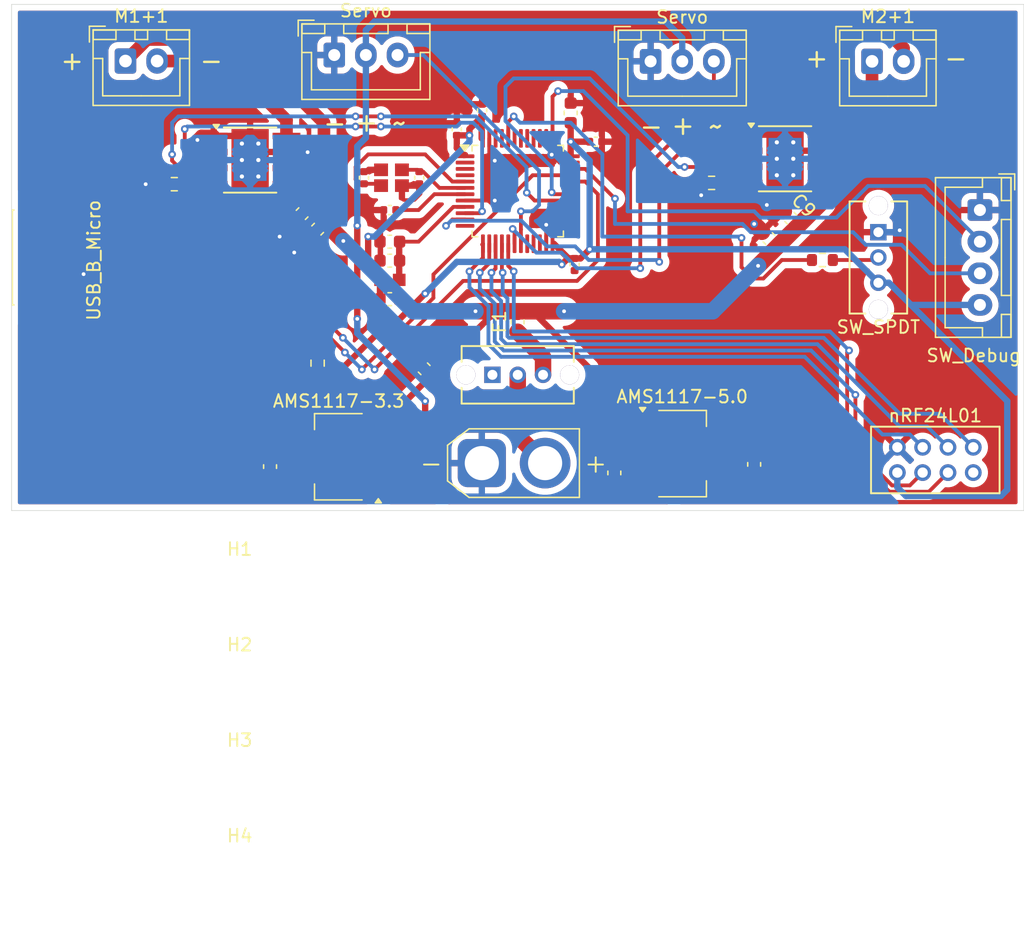
<source format=kicad_pcb>
(kicad_pcb (version 20241229) (generator "pcbnew") (generator_version "9.0")
  (layers (0 "F.Cu" signal) (2 "B.Cu" signal) (13 "F.Paste" user) (15 "B.Paste" user) (5 "F.SilkS" user "F.Silkscreen") (7 "B.SilkS" user "B.Silkscreen") (1 "F.Mask" user) (3 "B.Mask" user) (25 "Edge.Cuts" user))
  (net 0 "")
  (net 1 "PWM_M1_EN")
  (net 2 "PWM_M2_EN")
  (net 3 "SCK")
  (net 4 "/SWDIO")
  (net 5 "TIM3_CH3_SRVO2")
  (net 6 "/Fuse")
  (net 7 "+5V")
  (net 8 "+3.3VA")
  (net 9 "+12V")
  (net 10 "/Res")
  (net 11 "+3.3V")
  (net 12 "/SWCLK")
  (net 13 "I{slash}O_M1_IN")
  (net 14 "CSN")
  (net 15 "CE")
  (net 16 "MOSI")
  (net 17 "/NRST")
  (net 18 "MISO")
  (net 19 "I{slash}O_M2_IN")
  (net 20 "/M1+")
  (net 21 "/M1-")
  (net 22 "/M2+")
  (net 23 "/M2-")
  (net 24 "GND")
  (net 25 "/HSE_IN")
  (net 26 "/HSE_OUT")
  (net 27 "TIM3_CH3_SRVO1")
  (net 52 "Net-(J13-Pin_2)")
  (net 53 "/BOOT0")
  (net 54 "/D+Res")
  (net 55 "/D-")
  (net 56 "/ILim1")
  (net 57 "/ILim2")
  (footprint "Capacitor_SMD:C_0402_1005Metric" (layer "F.Cu") (at 210.163852 87.346522 -90)
    (property "Reference" "C16" (hide yes))
    (property "Value" "10p")
  )
  (footprint "Capacitor_SMD:C_0603_1608Metric" (layer "F.Cu") (at 212.202906 96.943376)
    (property "Reference" "C14" (hide yes))
    (property "Value" "1u")
  )
  (footprint "Capacitor_SMD:C_0603_1608Metric" (layer "F.Cu") (at 226.5 82.225 90)
    (property "Reference" "C5" (hide yes))
    (property "Value" "10u")
  )
  (footprint "Capacitor_SMD:C_0402_1005Metric" (layer "F.Cu") (at 219.5 82.02 90)
    (property "Reference" "C4" (hide yes))
    (property "Value" "100n")
  )
  (footprint "Capacitor_SMD:C_0402_1005Metric" (layer "F.Cu") (at 228.48 84.5)
    (property "Reference" "C2" (hide yes))
    (property "Value" "100n")
  )
  (footprint "Capacitor_SMD:C_0603_1608Metric" (layer "F.Cu") (at 243.895417 90.55188 -45)
    (property "Reference" "C9")
    (property "Value" "100n")
  )
  (footprint "MountingHole:MountingHole_3mm" (layer "F.Cu") (at 200.3375 128.2)
    (property "Reference" "H2")
    (property "Value" "MountingHole")
  )
  (footprint "Capacitor_SMD:C_0603_1608Metric" (layer "F.Cu") (at 241 110 -90)
    (property "Reference" "C19" (hide yes))
    (property "Value" "22u")
  )
  (footprint "Resistor_SMD:R_0603_1608Metric" (layer "F.Cu") (at 246.392301 93.85 180)
    (property "Reference" "R4" (hide yes))
    (property "Value" "10k")
  )
  (footprint "Connector_JST:JST_XH_B3B-XH-A_1x03_P2.50mm_Vertical" (layer "F.Cu") (at 232.815503 78.15)
    (property "Reference" "J2" (hide yes))
    (property "Value" "Servo")
  )
  (footprint "Resistor_SMD:R_0603_1608Metric" (layer "F.Cu") (at 237.637965 87.755412)
    (property "Reference" "R3" (hide yes))
    (property "Value" "21k")
  )
  (footprint "Connector_JST:JST_XH_B2B-XH-A_1x02_P2.50mm_Vertical" (layer "F.Cu") (at 191.315503 78.125)
    (property "Reference" "M1+1")
    (property "Value" "M1-" (hide yes))
  )
  (footprint "Capacitor_SMD:C_0402_1005Metric" (layer "F.Cu") (at 214.531963 87.345321 90)
    (property "Reference" "C17" (hide yes))
    (property "Value" "10p")
  )
  (footprint "Zesti:XTAL_ABM10AIG-16.000MHZ-4Z-T3" (layer "F.Cu") (at 212.338852 87.346522 -90)
    (property "Reference" "Y1" (hide yes))
    (property "Value" "16 MHz")
  )
  (footprint "MountingHole:MountingHole_3mm" (layer "F.Cu") (at 200.3375 120.65)
    (property "Reference" "H1")
    (property "Value" "MountingHole")
  )
  (footprint "Zesti:BEADC1608X95N" (layer "F.Cu") (at 212.213003 95.42)
    (property "Reference" "FB1" (hide yes))
    (property "Value" "120R FerriteBead")
  )
  (footprint "Capacitor_SMD:C_0603_1608Metric" (layer "F.Cu") (at 242.175982 92.15956 -45)
    (property "Reference" "C8" (hide yes))
    (property "Value" "22u")
  )
  (footprint "Capacitor_SMD:C_0603_1608Metric" (layer "F.Cu") (at 206.502588 91.4131 45)
    (property "Reference" "C6" (hide yes))
    (property "Value" "22u")
  )
  (footprint "Connector_AMASS:AMASS_XT30U-F_1x02_P5.0mm_Vertical" (layer "F.Cu") (at 219.478003 109.9)
    (property "Reference" "J13" (hide yes))
    (property "Value" "Battery" (hide yes))
  )
  (footprint "Zesti:SPDT_OS102011_CNK" (layer "F.Cu") (at 250.815503 91.650001)
    (property "Reference" "SW2" (hide yes))
    (property "Value" "SW_SPDT")
  )
  (footprint "Fuse:Fuse_0603_1608Metric" (layer "F.Cu") (at 222.302022 98.731139 90)
    (property "Reference" "F1")
    (property "Value" "Fuse")
  )
  (footprint "Connector_JST:JST_XH_B3B-XH-A_1x03_P2.50mm_Vertical" (layer "F.Cu") (at 207.815503 77.65)
    (property "Reference" "J1" (hide yes))
    (property "Value" "Servo")
  )
  (footprint "Package_QFP:LQFP-48_7x7mm_P0.5mm" (layer "F.Cu") (at 222.315503 88.4)
    (property "Reference" "U6" (hide yes))
    (property "Value" "STM32F103C8Tx")
  )
  (footprint "Capacitor_SMD:C_0402_1005Metric" (layer "F.Cu") (at 226.809188 94.205665 -90)
    (property "Reference" "C3" (hide yes))
    (property "Value" "100n")
  )
  (footprint "Connector_JST:JST_XH_B4B-XH-A_1x04_P2.50mm_Vertical" (layer "F.Cu") (at 258.840503 89.9 -90)
    (property "Reference" "J3" (hide yes))
    (property "Value" "SW_Debug")
  )
  (footprint "Zesti:SPDT_OS102011_CNK" (layer "F.Cu") (at 220.315503 102.924519 90)
    (property "Reference" "SW3" (hide yes))
    (property "Value" "SW_SPDT" (hide yes))
  )
  (footprint "Resistor_SMD:R_0603_1608Metric" (layer "F.Cu") (at 206.5 102 90)
    (property "Reference" "R1" (hide yes))
    (property "Value" "1k5")
  )
  (footprint "Capacitor_SMD:C_0603_1608Metric" (layer "F.Cu") (at 214.922668 102.446819 135)
    (property "Reference" "C10" (hide yes))
    (property "Value" "22u")
  )
  (footprint "Connector_JST:JST_XH_B2B-XH-A_1x02_P2.50mm_Vertical" (layer "F.Cu") (at 250.315503 78.15)
    (property "Reference" "M2+1")
    (property "Value" "M2-" (hide yes))
  )
  (footprint "Capacitor_SMD:C_0603_1608Metric" (layer "F.Cu") (at 202.742652 110.175 -90)
    (property "Reference" "C11" (hide yes))
    (property "Value" "22u")
  )
  (footprint "Capacitor_SMD:C_0603_1608Metric" (layer "F.Cu") (at 229.949207 110.675401 90)
    (property "Reference" "C18" (hide yes))
    (property "Value" "22u")
  )
  (footprint "Package_SO:Texas_HTSOP-8-1EP_3.9x4.9mm_P1.27mm_EP2.95x4.9mm_Mask2.4x3.1mm_ThermalVias" (layer "F.Cu") (at 243.440503 85.85)
    (property "Reference" "U5" (hide yes))
    (property "Value" "DRV8871DDA")
  )
  (footprint "Package_TO_SOT_SMD:SOT-223-3_TabPin2" (layer "F.Cu") (at 235.315503 109.15)
    (property "Reference" "U1" (hide yes))
    (property "Value" "AMS1117-5.0")
  )
  (footprint "Capacitor_SMD:C_0402_1005Metric" (layer "F.Cu") (at 217.5 83.52 90)
    (property "Reference" "C1" (hide yes))
    (property "Value" "100n")
  )
  (footprint "Package_TO_SOT_SMD:SOT-223-3_TabPin2" (layer "F.Cu") (at 208.165503 109.4 180)
    (property "Reference" "U3" (hide yes))
    (property "Value" "AMS1117-3.3")
  )
  (footprint "MountingHole:MountingHole_3mm" (layer "F.Cu") (at 200.3375 143.3)
    (property "Reference" "H4")
    (property "Value" "MountingHole")
  )
  (footprint "USB-B-Micro:AMPHENOL_10118192-0002LF" (layer "F.Cu") (at 186.5 93.65 -90)
    (property "Reference" "J5" (hide yes))
    (property "Value" "USB_B_Micro")
  )
  (footprint "Package_SO:Texas_HTSOP-8-1EP_3.9x4.9mm_P1.27mm_EP2.95x4.9mm_Mask2.4x3.1mm_ThermalVias" (layer "F.Cu") (at 201.165503 85.95)
    (property "Reference" "U4" (hide yes))
    (property "Value" "DRV8871DDA")
  )
  (footprint "Capacitor_SMD:C_0603_1608Metric" (layer "F.Cu") (at 212.203003 93.9 180)
    (property "Reference" "C12" (hide yes))
    (property "Value" "10n")
  )
  (footprint "Capacitor_SMD:C_0603_1608Metric" (layer "F.Cu") (at 212.203003 92.4 180)
    (property "Reference" "C13" (hide yes))
    (property "Value" "1u")
  )
  (footprint "JSTConnectors:CONN_B8B-PHDSS_JST" (layer "F.Cu") (at 252.315505 108.649999)
    (property "Reference" "J4" (hide yes))
    (property "Value" "nRF24L01")
  )
  (footprint "MountingHole:MountingHole_3mm" (layer "F.Cu") (at 200.3375 135.75)
    (property "Reference" "H3")
    (property "Value" "MountingHole")
  )
  (footprint "Capacitor_SMD:C_0402_1005Metric" (layer "F.Cu") (at 212.203003 89.9 180)
    (property "Reference" "C15" (hide yes))
    (property "Value" "100n")
  )
  (footprint "Resistor_SMD:R_0603_1608Metric" (layer "F.Cu") (at 195.175 87.857781)
    (property "Reference" "R2" (hide yes))
    (property "Value" "21k")
  )
  (footprint "Capacitor_SMD:C_0603_1608Metric" (layer "F.Cu") (at 205.273821 90.184333 45)
    (property "Reference" "C7" (hide yes))
    (property "Value" "100n")
  )
  (gr_line (start 262.315503 113.65) (end 262.315503 73.65) (stroke (width 0.05)) (layer "Edge.Cuts"))
  (gr_line (start 182.315503 73.65) (end 182.315503 113.65) (stroke (width 0.05)) (layer "Edge.Cuts"))
  (gr_line (start 182.315503 113.65) (end 262.315503 113.65) (stroke (width 0.05)) (layer "Edge.Cuts"))
  (gr_line (start 262.315503 73.65) (end 182.315503 73.65) (stroke (width 0.05)) (layer "Edge.Cuts"))
  (gr_text "-" (at 197.04951 78.956363 0) (layer "F.SilkS") (effects (font (size 1.5 1.5) (thickness 0.1875)) (justify left bottom)))
  (gr_text "+" (at 244.895331 78.759554 0) (layer "F.SilkS") (effects (font (size 1.5 1.5) (thickness 0.1875)) (justify left bottom)))
  (gr_text "+" (at 209.319005 83.820816 0) (layer "F.SilkS") (effects (font (size 1.5 1.5) (thickness 0.1875)) (justify left bottom)))
  (gr_text "-" (at 206.810025 83.898167 0) (layer "F.SilkS") (effects (font (size 1.5 1.5) (thickness 0.1875)) (justify left bottom)))
  (gr_text "~" (at 212.310025 83.898167 0) (layer "F.SilkS") (effects (font (size 1.5 1.5) (thickness 0.1875)) (justify left bottom)))
  (gr_text "+" (at 186.04951 78.956363 0) (layer "F.SilkS") (effects (font (size 1.5 1.5) (thickness 0.1875)) (justify left bottom)))
  (gr_text "-" (at 231.815503 84.15 0) (layer "F.SilkS") (effects (font (size 1.5 1.5) (thickness 0.1875)) (justify left bottom)))
  (gr_text "+" (at 234.324483 84.072649 0) (layer "F.SilkS") (effects (font (size 1.5 1.5) (thickness 0.1875)) (justify left bottom)))
  (gr_text "~" (at 237.315503 84.15 0) (layer "F.SilkS") (effects (font (size 1.5 1.5) (thickness 0.1875)) (justify left bottom)))
  (gr_text "-" (at 255.895331 78.759554 0) (layer "F.SilkS") (effects (font (size 1.5 1.5) (thickness 0.1875)) (justify left bottom)))
  (segment (start 196 85) (end 196.315 85.315) (width 0.3) (layer "F.Cu") (net 1))
  (segment (start 219.35 90.15) (end 219.5 90) (width 0.3) (layer "F.Cu") (net 1))
  (segment (start 218.153003 90.15) (end 219.35 90.15) (width 0.3) (layer "F.Cu") (net 1))
  (segment (start 196.315 85.315) (end 198.290503 85.315) (width 0.3) (layer "F.Cu") (net 1))
  (segment (start 196 83.5) (end 196 85) (width 0.3) (layer "F.Cu") (net 1))
  (segment (start 211.5 83.300003) (end 209.5 83.300003) (width 0.3) (layer "F.Cu") (net 1))
  (via (at 219.5 90) (size 0.6) (drill 0.3) (layers "F.Cu" "B.Cu") (net 1))
  (via (at 209.5 83.300003) (size 0.6) (drill 0.3) (layers "F.Cu" "B.Cu") (net 1))
  (via (at 196 83.5) (size 0.6) (drill 0.3) (layers "F.Cu" "B.Cu") (net 1))
  (via (at 211.5 83.300003) (size 0.6) (drill 0.3) (layers "F.Cu" "B.Cu") (net 1))
  (segment (start 219.5 83.70852) (end 218.79248 83.001) (width 0.3) (layer "B.Cu") (net 1))
  (segment (start 217.799003 83.001) (end 217.5 83.300003) (width 0.3) (layer "B.Cu") (net 1))
  (segment (start 217.5 83.300003) (end 211.5 83.300003) (width 0.3) (layer "B.Cu") (net 1))
  (segment (start 196.199997 83.300003) (end 209.5 83.300003) (width 0.3) (layer "B.Cu") (net 1))
  (segment (start 219.5 90) (end 219.5 83.70852) (width 0.3) (layer "B.Cu") (net 1))
  (segment (start 196 83.5) (end 196.199997 83.300003) (width 0.3) (layer "B.Cu") (net 1))
  (segment (start 218.79248 83.001) (end 217.799003 83.001) (width 0.3) (layer "B.Cu") (net 1))
  (segment (start 233.5 87) (end 235.285 85.215) (width 0.3) (layer "F.Cu") (net 2))
  (segment (start 233.5 94) (end 233.5 87) (width 0.3) (layer "F.Cu") (net 2))
  (segment (start 217.147242 90.65) (end 216.648621 91.148621) (width 0.3) (layer "F.Cu") (net 2))
  (segment (start 235.285 85.215) (end 240.565503 85.215) (width 0.3) (layer "F.Cu") (net 2))
  (segment (start 218.153003 90.65) (end 217.147242 90.65) (width 0.3) (layer "F.Cu") (net 2))
  (via (at 216.648621 91.148621) (size 0.6) (drill 0.3) (layers "F.Cu" "B.Cu") (net 2))
  (via (at 233.5 94) (size 0.6) (drill 0.3) (layers "F.Cu" "B.Cu") (net 2))
  (segment (start 222.602084 90.743599) (end 224.627139 92.768654) (width 0.3) (layer "B.Cu") (net 2))
  (segment (start 227.928346 93.849) (end 233.349 93.849) (width 0.3) (layer "B.Cu") (net 2))
  (segment (start 233.349 93.849) (end 233.5 94) (width 0.3) (layer "B.Cu") (net 2))
  (segment (start 224.627139 92.768654) (end 226.848 92.768654) (width 0.3) (layer "B.Cu") (net 2))
  (segment (start 217.053643 90.743599) (end 222.602084 90.743599) (width 0.3) (layer "B.Cu") (net 2))
  (segment (start 216.648621 91.148621) (end 217.053643 90.743599) (width 0.3) (layer "B.Cu") (net 2))
  (segment (start 226.848 92.768654) (end 227.928346 93.849) (width 0.3) (layer "B.Cu") (net 2))
  (segment (start 220.565503 92.5625) (end 220.565503 94.522973) (width 0.3) (layer "F.Cu") (net 3))
  (segment (start 220.565503 94.522973) (end 220.238476 94.85) (width 0.3) (layer "F.Cu") (net 3))
  (via (at 220.238476 94.85) (size 0.6) (drill 0.3) (layers "F.Cu" "B.Cu") (net 3))
  (segment (start 254.665506 107) (end 256.315505 108.649999) (width 0.3) (layer "B.Cu") (net 3))
  (segment (start 220.238476 94.85) (end 220.238476 96.327802) (width 0.3) (layer "B.Cu") (net 3))
  (segment (start 246 100.5) (end 252.5 107) (width 0.3) (layer "B.Cu") (net 3))
  (segment (start 221.41704 100.5) (end 246 100.5) (width 0.3) (layer "B.Cu") (net 3))
  (segment (start 221.002 97.091328) (end 221.002 100.08496) (width 0.3) (layer "B.Cu") (net 3))
  (segment (start 220.238476 96.327802) (end 221.002 97.091328) (width 0.3) (layer "B.Cu") (net 3))
  (segment (start 252.5 107) (end 254.665506 107) (width 0.3) (layer "B.Cu") (net 3))
  (segment (start 221.002 100.08496) (end 221.41704 100.5) (width 0.3) (layer "B.Cu") (net 3))
  (segment (start 226.478003 86.65) (end 227.65 86.65) (width 0.3) (layer "F.Cu") (net 4))
  (segment (start 227.65 86.65) (end 230 89) (width 0.3) (layer "F.Cu") (net 4))
  (via (at 230 89) (size 0.6) (drill 0.3) (layers "F.Cu" "B.Cu") (net 4))
  (segment (start 230 89) (end 230 91) (width 0.3) (layer "B.Cu") (net 4))
  (segment (start 230 91) (end 240.079346 91) (width 0.3) (layer "B.Cu") (net 4))
  (segment (start 248.819102 91.651) (end 249.816803 92.648701) (width 0.3) (layer "B.Cu") (net 4))
  (segment (start 240.730346 91.651) (end 248.819102 91.651) (width 0.3) (layer "B.Cu") (net 4))
  (segment (start 240.079346 91) (end 240.730346 91.651) (width 0.3) (layer "B.Cu") (net 4))
  (segment (start 254.9 94.9) (end 258.840503 94.9) (width 0.3) (layer "B.Cu") (net 4))
  (segment (start 249.816803 92.648701) (end 252.648701 92.648701) (width 0.3) (layer "B.Cu") (net 4))
  (segment (start 252.648701 92.648701) (end 254.9 94.9) (width 0.3) (layer "B.Cu") (net 4))
  (segment (start 222.565503 91.434497) (end 222.565503 92.5625) (width 0.3) (layer "F.Cu") (net 5))
  (segment (start 222.567005 90) (end 222.567005 91.432995) (width 0.3) (layer "F.Cu") (net 5))
  (segment (start 222.567005 91.432995) (end 222.565503 91.434497) (width 0.3) (layer "F.Cu") (net 5))
  (via (at 222.567005 90) (size 0.6) (drill 0.3) (layers "F.Cu" "B.Cu") (net 5))
  (segment (start 222.567005 90) (end 223.5 90) (width 0.3) (layer "B.Cu") (net 5))
  (segment (start 214.85852 77.65) (end 212.815503 77.65) (width 0.3) (layer "B.Cu") (net 5))
  (segment (start 224 89.5) (end 224 86.79148) (width 0.3) (layer "B.Cu") (net 5))
  (segment (start 223.5 90) (end 224 89.5) (width 0.3) (layer "B.Cu") (net 5))
  (segment (start 224 86.79148) (end 214.85852 77.65) (width 0.3) (layer "B.Cu") (net 5))
  (segment (start 224.315504 101.532121) (end 222.302022 99.518639) (width 1.3) (layer "F.Cu") (net 6))
  (segment (start 224.315504 102.924519) (end 224.315504 101.532121) (width 1.3) (layer "F.Cu") (net 6))
  (segment (start 232.165503 109.15) (end 233.15 109.15) (width 0.5) (layer "F.Cu") (net 7))
  (segment (start 238.465503 109.15) (end 240.925 109.15) (width 0.5) (layer "F.Cu") (net 7))
  (segment (start 209.632753 98.5) (end 209.632753 91.132753) (width 0.5) (layer "F.Cu") (net 7))
  (segment (start 234.101 112.899) (end 216.899 112.899) (width 0.5) (layer "F.Cu") (net 7))
  (segment (start 216.899 112.899) (end 215 111) (width 0.5) (layer "F.Cu") (net 7))
  (segment (start 215 111) (end 215 105) (width 0.5) (layer "F.Cu") (net 7))
  (segment (start 233.15 109.15) (end 234.5 110.5) (width 0.5) (layer "F.Cu") (net 7))
  (segment (start 234.5 112.5) (end 234.101 112.899) (width 0.5) (layer "F.Cu") (net 7))
  (segment (start 234.5 110.5) (end 234.5 112.5) (width 0.5) (layer "F.Cu") (net 7))
  (segment (start 240.925 109.15) (end 241 109.225) (width 0.5) (layer "F.Cu") (net 7))
  (via (at 209.632753 91.132753) (size 0.6) (drill 0.3) (layers "F.Cu" "B.Cu") (net 7))
  (via (at 215 105) (size 0.6) (drill 0.3) (layers "F.Cu" "B.Cu") (net 7))
  (via (at 209.632753 98.5) (size 0.6) (drill 0.3) (layers "F.Cu" "B.Cu") (net 7))
  (segment (start 234 75) (end 235.315503 76.315503) (width 0.5) (layer "B.Cu") (net 7))
  (segment (start 210.315503 84.184497) (end 210.315503 77.65) (width 0.5) (layer "B.Cu") (net 7))
  (segment (start 210.315503 75.684497) (end 211 75) (width 0.5) (layer "B.Cu") (net 7))
  (segment (start 215 105) (end 209.632753 99.632753) (width 0.5) (layer "B.Cu") (net 7))
  (segment (start 210.315503 77.65) (end 210.315503 75.684497) (width 0.5) (layer "B.Cu") (net 7))
  (segment (start 209.632753 91.132753) (end 209.632753 84.867247) (width 0.5) (layer "B.Cu") (net 7))
  (segment (start 211 75) (end 234 75) (width 0.5) (layer "B.Cu") (net 7))
  (segment (start 209.632753 99.632753) (end 209.632753 98.5) (width 0.5) (layer "B.Cu") (net 7))
  (segment (start 209.632753 84.867247) (end 210.315503 84.184497) (width 0.5) (layer "B.Cu") (net 7))
  (segment (start 235.315503 76.315503) (end 235.315503 78.15) (width 0.5) (layer "B.Cu") (net 7))
  (segment (start 212.948003 95.42) (end 212.948003 92.43) (width 0.5) (layer "F.Cu") (net 8))
  (segment (start 214.478003 92.4) (end 212.978003 92.4) (width 0.3) (layer "F.Cu") (net 8))
  (segment (start 212.948003 92.43) (end 212.978003 92.4) (width 0.5) (layer "F.Cu") (net 8))
  (segment (start 218.153003 89.65) (end 217.228003 89.65) (width 0.3) (layer "F.Cu") (net 8))
  (segment (start 217.228003 89.65) (end 214.478003 92.4) (width 0.3) (layer "F.Cu") (net 8))
  (segment (start 222.302022 97.943639) (end 223.521642 97.943639) (width 0.5) (layer "F.Cu") (net 9))
  (segment (start 246.315503 87.755) (end 246.315503 89.305) (width 1) (layer "F.Cu") (net 9))
  (segment (start 241.310251 94.310251) (end 246.315503 89.305) (width 1.3) (layer "F.Cu") (net 9))
  (segment (start 208.531753 92.34625) (end 204.592752 88.407248) (width 1.3) (layer "F.Cu") (net 9))
  (segment (start 222.258383 97.9) (end 222.302022 97.943639) (width 1.3) (layer "F.Cu") (net 9))
  (segment (start 222.302022 97.943639) (end 220.521864 97.943639) (width 0.5) (layer "F.Cu") (net 9))
  (segment (start 218.978003 97.9) (end 222.258383 97.9) (width 1.3) (layer "F.Cu") (net 9))
  (segment (start 229.028404 111.450401) (end 229.949207 111.450401) (width 0.5) (layer "F.Cu") (net 9))
  (segment (start 220.521864 97.943639) (end 211.315503 107.15) (width 0.5) (layer "F.Cu") (net 9))
  (segment (start 227.978003 110.4) (end 229.028404 111.450401) (width 0.5) (layer "F.Cu") (net 9))
  (segment (start 222.345661 97.9) (end 222.302022 97.943639) (width 1.3) (layer "F.Cu") (net 9))
  (segment (start 225.978003 97.9) (end 222.345661 97.9) (width 1.3) (layer "F.Cu") (net 9))
  (segment (start 204.592752 88.407248) (end 204.040503 87.855) (width 1.1) (layer "F.Cu") (net 9))
  (segment (start 227.978003 102.4) (end 227.978003 110.4) (width 0.5) (layer "F.Cu") (net 9))
  (segment (start 229.949207 111.450401) (end 232.165102 111.450401) (width 0.5) (layer "F.Cu") (net 9))
  (segment (start 232.165102 111.450401) (end 232.165503 111.45) (width 0.5) (layer "F.Cu") (net 9))
  (segment (start 223.521642 97.943639) (end 227.978003 102.4) (width 0.5) (layer "F.Cu") (net 9))
  (via (at 225.978003 97.9) (size 1) (drill 0.3) (layers "F.Cu" "B.Cu") (net 9))
  (via (at 241.310251 94.310251) (size 1) (drill 0.3) (layers "F.Cu" "B.Cu") (net 9))
  (via (at 218.978003 97.9) (size 1) (drill 0.3) (layers "F.Cu" "B.Cu") (net 9))
  (via (at 208.531753 92.34625) (size 1) (drill 0.3) (layers "F.Cu" "B.Cu") (net 9))
  (segment (start 214.085503 97.9) (end 218.978003 97.9) (width 1.3) (layer "B.Cu") (net 9))
  (segment (start 237.720503 97.9) (end 225.978003 97.9) (width 1.3) (layer "B.Cu") (net 9))
  (segment (start 208.531753 92.34625) (end 214.085503 97.9) (width 1.3) (layer "B.Cu") (net 9))
  (segment (start 241.310251 94.310251) (end 237.720503 97.9) (width 1.3) (layer "B.Cu") (net 9))
  (segment (start 240.895623 95.311251) (end 241.724879 95.311251) (width 0.3) (layer "F.Cu") (net 10))
  (segment (start 241.724879 95.311251) (end 243.18613 93.85) (width 0.3) (layer "F.Cu") (net 10))
  (segment (start 243.18613 93.85) (end 245.567301 93.85) (width 0.3) (layer "F.Cu") (net 10))
  (segment (start 240 94.415628) (end 240.895623 95.311251) (width 0.3) (layer "F.Cu") (net 10))
  (segment (start 222 82.5) (end 221.565503 82.934497) (width 0.3) (layer "F.Cu") (net 10))
  (segment (start 240 92.102188) (end 240 94.415628) (width 0.3) (layer "F.Cu") (net 10))
  (segment (start 221.565503 82.934497) (end 221.565503 84.2375) (width 0.3) (layer "F.Cu") (net 10))
  (via (at 240 92.102188) (size 0.6) (drill 0.3) (layers "F.Cu" "B.Cu") (net 10))
  (via (at 222 82.5) (size 0.6) (drill 0.3) (layers "F.Cu" "B.Cu") (net 10))
  (segment (start 239.897812 92) (end 229 92) (width 0.3) (layer "B.Cu") (net 10))
  (segment (start 229 85.5) (end 226.5 83) (width 0.3) (layer "B.Cu") (net 10))
  (segment (start 229 92) (end 229 85.5) (width 0.3) (layer "B.Cu") (net 10))
  (segment (start 222.5 83) (end 222 82.5) (width 0.3) (layer "B.Cu") (net 10))
  (segment (start 240 92.102188) (end 239.897812 92) (width 0.3) (layer "B.Cu") (net 10))
  (segment (start 226.5 83) (end 222.5 83) (width 0.3) (layer "B.Cu") (net 10))
  (segment (start 205.015503 109.4) (end 205.015503 105.8625) (width 0.5) (layer "F.Cu") (net 11))
  (segment (start 218.052003 85.549) (end 218.153003 85.549) (width 0.5) (layer "F.Cu") (net 11))
  (segment (start 206.5 104.378002) (end 206.439001 104.439001) (width 0.3) (layer "F.Cu") (net 11))
  (segment (start 219.464503 82.535497) (end 219.464503 84.2375) (width 0.5) (layer "F.Cu") (net 11))
  (segment (start 206.5 102.825) (end 206.5 104.378002) (width 0.3) (layer "F.Cu") (net 11))
  (segment (start 211.427906 95.470097) (end 211.478003 95.42) (width 0.5) (layer "F.Cu") (net 11))
  (segment (start 226.5 84.5) (end 226.5 83) (width 0.5) (layer "F.Cu") (net 11))
  (segment (start 211.427906 96.943376) (end 211.427906 95.470097) (width 0.5) (layer "F.Cu") (net 11))
  (segment (start 217.5 84) (end 217.5 84.996997) (width 0.5) (layer "F.Cu") (net 11))
  (segment (start 226.5 85.549) (end 226.478003 85.549) (width 0.5) (layer "F.Cu") (net 11))
  (segment (start 227.274335 93.725665) (end 228 93) (width 0.5) (layer "F.Cu") (net 11))
  (segment (start 211.427906 99.450097) (end 211.427906 96.943376) (width 0.5) (layer "F.Cu") (net 11))
  (segment (start 205.015503 109.4) (end 202.742652 109.4) (width 0.5) (layer "F.Cu") (net 11))
  (segment (start 206.439001 104.439001) (end 211.427906 99.450097) (width 0.5) (layer "F.Cu") (net 11))
  (segment (start 226.809188 93.725665) (end 227.274335 93.725665) (width 0.5) (layer "F.Cu") (net 11))
  (segment (start 211.478003 95.42) (end 210.493944 94.435941) (width 0.5) (layer "F.Cu") (net 11))
  (segment (start 226.274335 93.725665) (end 226.809188 93.725665) (width 0.5) (layer "F.Cu") (net 11))
  (segment (start 218.5 83.5) (end 219.5 82.5) (width 0.5) (layer "F.Cu") (net 11))
  (segment (start 225.797679 94.202321) (end 226.274335 93.725665) (width 0.5) (layer "F.Cu") (net 11))
  (segment (start 228 84.5) (end 226.5 84.5) (width 0.5) (layer "F.Cu") (net 11))
  (segment (start 212.049903 99.450097) (end 211.427906 99.450097) (width 0.5) (layer "F.Cu") (net 11))
  (segment (start 226.809188 93.725665) (end 226.329668 93.725665) (width 0.5) (layer "F.Cu") (net 11))
  (segment (start 218.5 84) (end 218.5 83.5) (width 0.5) (layer "F.Cu") (net 11))
  (segment (start 218.5 84) (end 217.5 84) (width 0.5) (layer "F.Cu") (net 11))
  (segment (start 226.5 84.5) (end 226.5 85.549) (width 0.5) (layer "F.Cu") (net 11))
  (segment (start 219.5 82.5) (end 219.464503 82.535497) (width 0.5) (layer "F.Cu") (net 11))
  (segment (start 210.493944 94.435941) (end 210.493944 91.998451) (width 0.5) (layer "F.Cu") (net 11))
  (segment (start 205.015503 105.8625) (end 206.439001 104.439001) (width 0.5) (layer "F.Cu") (net 11))
  (segment (start 217.5 84.996997) (end 218.052003 85.549) (width 0.5) (layer "F.Cu") (net 11))
  (segment (start 226.329668 93.725665) (end 225.166503 92.5625) (width 0.5) (layer "F.Cu") (net 11))
  (segment (start 215 96.5) (end 212.049903 99.450097) (width 0.5) (layer "F.Cu") (net 11))
  (via (at 226.5 84.5) (size 0.6) (drill 0.3) (layers "F.Cu" "B.Cu") (net 11))
  (via (at 228 93) (size 0.6) (drill 0.3) (layers "F.Cu" "B.Cu") (net 11))
  (via (at 218.5 84) (size 0.6) (drill 0.3) (layers "F.Cu" "B.Cu") (net 11))
  (via (at 210.493944 91.998451) (size 0.6) (drill 0.3) (layers "F.Cu" "B.Cu") (net 11))
  (via (at 225.797679 94.202321) (size 0.6) (drill 0.3) (layers "F.Cu" "B.Cu") (net 11))
  (via (at 215 96.5) (size 0.6) (drill 0.3) (layers "F.Cu" "B.Cu") (net 11))
  (segment (start 253 112.5) (end 252.315505 111.815505) (width 0.5) (layer "B.Cu") (net 11))
  (segment (start 228 86) (end 226.5 84.5) (width 0.5) (layer "B.Cu") (net 11))
  (segment (start 253.4 97.4) (end 261 105) (width 0.5) (layer "B.Cu") (net 11))
  (segment (start 261 105) (end 261 112) (width 0.5) (layer "B.Cu") (net 11))
  (segment (start 228 93) (end 228 86) (width 0.5) (layer "B.Cu") (net 11))
  (segment (start 211.001549 91.998451) (end 210.493944 91.998451) (width 0.5) (layer "B.Cu") (net 11))
  (segment (start 248.165501 93) (end 250.815503 95.650002) (width 0.5) (layer "B.Cu") (net 11))
  (segment (start 225.595358 94) (end 217.5 94) (width 0.5) (layer "B.Cu") (net 11))
  (segment (start 218.5 84.5) (end 211.001549 91.998451) (width 0.5) (layer "B.Cu") (net 11))
  (segment (start 228 93) (end 248.165501 93) (width 0.5) (layer "B.Cu") (net 11))
  (segment (start 217.5 94) (end 215 96.5) (width 0.5) (layer "B.Cu") (net 11))
  (segment (start 218.5 84) (end 218.5 84.5) (width 0.5) (layer "B.Cu") (net 11))
  (segment (start 252.315505 111.815505) (end 252.315505 110.65) (width 0.5) (layer "B.Cu") (net 11))
  (segment (start 250.815503 95.650002) (end 251.650002 95.650002) (width 0.5) (layer "B.Cu") (net 11))
  (segment (start 260.5 112.5) (end 253 112.5) (width 0.5) (layer "B.Cu") (net 11))
  (segment (start 253.4 97.4) (end 258.840503 97.4) (width 0.5) (layer "B.Cu") (net 11))
  (segment (start 261 112) (end 260.5 112.5) (width 0.5) (layer "B.Cu") (net 11))
  (segment (start 251.650002 95.650002) (end 253.4 97.4) (width 0.5) (layer "B.Cu") (net 11))
  (segment (start 225.797679 94.202321) (end 225.595358 94) (width 0.5) (layer "B.Cu") (net 11))
  (segment (start 225.065503 80.934497) (end 225.5 80.5) (width 0.3) (layer "F.Cu") (net 12))
  (segment (start 225.065503 84.2375) (end 225.065503 80.934497) (width 0.3) (layer "F.Cu") (net 12))
  (via (at 225.5 80.5) (size 0.6) (drill 0.3) (layers "F.Cu" "B.Cu") (net 12))
  (segment (start 247.5 90.5) (end 250 88) (width 0.3) (layer "B.Cu") (net 12))
  (segment (start 250 88) (end 254.5 88) (width 0.3) (layer "B.Cu") (net 12))
  (segment (start 227.5 80.5) (end 231 84) (width 0.3) (layer "B.Cu") (net 12))
  (segment (start 231 84) (end 231 90) (width 0.3) (layer "B.Cu") (net 12))
  (segment (start 254.5 88) (end 258.840503 92.340503) (width 0.3) (layer "B.Cu") (net 12))
  (segment (start 258.840503 92.340503) (end 258.840503 92.4) (width 0.3) (layer "B.Cu") (net 12))
  (segment (start 231 90) (end 241 90) (width 0.3) (layer "B.Cu") (net 12))
  (segment (start 225.5 80.5) (end 227.5 80.5) (width 0.3) (layer "B.Cu") (net 12))
  (segment (start 241.5 90.5) (end 247.5 90.5) (width 0.3) (layer "B.Cu") (net 12))
  (segment (start 241 90) (end 241.5 90.5) (width 0.3) (layer "B.Cu") (net 12))
  (segment (start 195 85.5) (end 195 86) (width 0.3) (layer "F.Cu") (net 13))
  (segment (start 195.585 86.585) (end 198.290503 86.585) (width 0.3) (layer "F.Cu") (net 13))
  (segment (start 211.5 82.5) (end 209.5 82.5) (width 0.3) (layer "F.Cu") (net 13))
  (segment (start 195 86) (end 195.585 86.585) (width 0.3) (layer "F.Cu") (net 13))
  (segment (start 223.032138 88.532138) (end 223.65 89.15) (width 0.3) (layer "F.Cu") (net 13))
  (segment (start 223.65 89.15) (end 226.478003 89.15) (width 0.3) (layer "F.Cu") (net 13))
  (via (at 223.032138 88.532138) (size 0.6) (drill 0.3) (layers "F.Cu" "B.Cu") (net 13))
  (via (at 209.5 82.5) (size 0.6) (drill 0.3) (layers "F.Cu" "B.Cu") (net 13))
  (via (at 195 85.5) (size 0.6) (drill 0.3) (layers "F.Cu" "B.Cu") (net 13))
  (via (at 211.5 82.5) (size 0.6) (drill 0.3) (layers "F.Cu" "B.Cu") (net 13))
  (segment (start 195 85.5) (end 195 83) (width 0.3) (layer "B.Cu") (net 13))
  (segment (start 223.008636 88.508636) (end 223.008636 86.508636) (width 0.3) (layer "B.Cu") (net 13))
  (segment (start 195 83) (end 195.5 82.5) (width 0.3) (layer "B.Cu") (net 13))
  (segment (start 219 82.5) (end 211.5 82.5) (width 0.3) (layer "B.Cu") (net 13))
  (segment (start 195.5 82.5) (end 209.5 82.5) (width 0.3) (layer "B.Cu") (net 13))
  (segment (start 223.032138 88.532138) (end 223.008636 88.508636) (width 0.3) (layer "B.Cu") (net 13))
  (segment (start 223.008636 86.508636) (end 219 82.5) (width 0.3) (layer "B.Cu") (net 13))
  (segment (start 253.304104 111.6614) (end 254.315504 110.65) (width 0.3) (layer "F.Cu") (net 14))
  (segment (start 251.896569 111.6614) (end 253.304104 111.6614) (width 0.3) (layer "F.Cu") (net 14))
  (segment (start 219.319238 94.85) (end 220.065503 94.103735) (width 0.3) (layer "F.Cu") (net 14))
  (segment (start 249 104.5) (end 249 108.764831) (width 0.3) (layer "F.Cu") (net 14))
  (segment (start 249 108.764831) (end 251.896569 111.6614) (width 0.3) (layer "F.Cu") (net 14))
  (segment (start 220.065503 94.103735) (end 220.065503 92.5625) (width 0.3) (layer "F.Cu") (net 14))
  (via (at 249 104.5) (size 0.6) (drill 0.3) (layers "F.Cu" "B.Cu") (net 14))
  (via (at 219.319238 94.85) (size 0.6) (drill 0.3) (layers "F.Cu" "B.Cu") (net 14))
  (segment (start 219.319238 96.117087) (end 220.351076 97.148925) (width 0.3) (layer "B.Cu") (net 14))
  (segment (start 220.501 99.499) (end 220.5 99.5) (width 0.3) (layer "B.Cu") (net 14))
  (segment (start 220.5 99.5) (end 220.5 100.29148) (width 0.3) (layer "B.Cu") (net 14))
  (segment (start 220.351076 97.148925) (end 220.351075 97.148925) (width 0.3) (layer "B.Cu") (net 14))
  (segment (start 245 101) (end 245.5 101) (width 0.3) (layer "B.Cu") (net 14))
  (segment (start 220.5 100.29148) (end 221.20852 101) (width 0.3) (layer "B.Cu") (net 14))
  (segment (start 221.20852 101) (end 245 101) (width 0.3) (layer "B.Cu") (net 14))
  (segment (start 245.5 101) (end 248.5 104) (width 0.3) (layer "B.Cu") (net 14))
  (segment (start 220.351076 97.148925) (end 220.501 97.298849) (width 0.3) (layer "B.Cu") (net 14))
  (segment (start 219.319238 94.85) (end 219.319238 96.117087) (width 0.3) (layer "B.Cu") (net 14))
  (segment (start 248.5 104) (end 249 104.5) (width 0.3) (layer "B.Cu") (net 14))
  (segment (start 220.501 97.298849) (end 220.501 99.499) (width 0.3) (layer "B.Cu") (net 14))
  (segment (start 219.565503 93.684497) (end 218.5 94.75) (width 0.3) (layer "F.Cu") (net 15))
  (segment (start 219.5 92.628003) (end 219.565503 92.5625) (width 0.3) (layer "F.Cu") (net 15))
  (segment (start 219.565503 92.5625) (end 219.565503 93.684497) (width 0.3) (layer "F.Cu") (net 15))
  (via (at 218.5 94.75) (size 0.6) (drill 0.3) (layers "F.Cu" "B.Cu") (net 15))
  (segment (start 220 97.506369) (end 220 100.5) (width 0.3) (layer "B.Cu") (net 15))
  (segment (start 251.138599 107.638599) (end 253.304104 107.638599) (width 0.3) (layer "B.Cu") (net 15))
  (segment (start 220 100.5) (end 221 101.5) (width 0.3) (layer "B.Cu") (net 15))
  (segment (start 253.304104 107.638599) (end 254.315504 108.649999) (width 0.3) (layer "B.Cu") (net 15))
  (segment (start 221 101.5) (end 245 101.5) (width 0.3) (layer "B.Cu") (net 15))
  (segment (start 218.5 94.75) (end 218.5 96.006369) (width 0.3) (layer "B.Cu") (net 15))
  (segment (start 245 101.5) (end 251.138599 107.638599) (width 0.3) (layer "B.Cu") (net 15))
  (segment (start 218.5 96.006369) (end 220 97.506369) (width 0.3) (layer "B.Cu") (net 15))
  (segment (start 248.5 101) (end 248.349 101.151) (width 0.3) (layer "F.Cu") (net 16))
  (segment (start 248.349 101.151) (end 248.349 108.822351) (width 0.3) (layer "F.Cu") (net 16))
  (segment (start 254.803105 112.1624) (end 256.315505 110.65) (width 0.3) (layer "F.Cu") (net 16))
  (segment (start 248.349 108.822351) (end 251.689049 112.1624) (width 0.3) (layer "F.Cu") (net 16))
  (segment (start 221.565503 92.5625) (end 221.565503 94.315503) (width 0.3) (layer "F.Cu") (net 16))
  (segment (start 221.565503 94.315503) (end 222 94.75) (width 0.3) (layer "F.Cu") (net 16))
  (segment (start 251.689049 112.1624) (end 254.803105 112.1624) (width 0.3) (layer "F.Cu") (net 16))
  (via (at 248.5 101) (size 0.6) (drill 0.3) (layers "F.Cu" "B.Cu") (net 16))
  (via (at 222 94.75) (size 0.6) (drill 0.3) (layers "F.Cu" "B.Cu") (net 16))
  (segment (start 246.999 99.499) (end 222.004 99.499) (width 0.3) (layer "B.Cu") (net 16))
  (segment (start 248.5 101) (end 246.999 99.499) (width 0.3) (layer "B.Cu") (net 16))
  (segment (start 222.004 99.499) (end 222.004 94.754) (width 0.3) (layer "B.Cu") (net 16))
  (segment (start 222.004 94.754) (end 222 94.75) (width 0.3) (layer "B.Cu") (net 16))
  (segment (start 214.478003 89.9) (end 212.978003 89.9) (width 0.3) (layer "F.Cu") (net 17))
  (segment (start 215.728003 88.65) (end 214.478003 89.9) (width 0.3) (layer "F.Cu") (net 17))
  (segment (start 218.153003 88.65) (end 215.728003 88.65) (width 0.3) (layer "F.Cu") (net 17))
  (segment (start 221.065503 92.5625) (end 221.065503 94.788259) (width 0.3) (layer "F.Cu") (net 18))
  (segment (start 221.065503 94.788259) (end 221.127245 94.850001) (width 0.3) (layer "F.Cu") (net 18))
  (via (at 221.127245 94.850001) (size 0.6) (drill 0.3) (layers "F.Cu" "B.Cu") (net 18))
  (segment (start 221.503 96.883807) (end 221.503 99.87744) (width 0.3) (layer "B.Cu") (net 18))
  (segment (start 221.62556 100) (end 246.5 100) (width 0.3) (layer "B.Cu") (net 18))
  (segment (start 221.127245 94.850001) (end 221.127245 96.508052) (width 0.3) (layer "B.Cu") (net 18))
  (segment (start 221.127245 96.508052) (end 221.503 96.883807) (width 0.3) (layer "B.Cu") (net 18))
  (segment (start 221.503 99.87744) (end 221.62556 100) (width 0.3) (layer "B.Cu") (net 18))
  (segment (start 252.5 106) (end 255.665504 106) (width 0.3) (layer "B.Cu") (net 18))
  (segment (start 255.665504 106) (end 258.315503 108.649999) (width 0.3) (layer "B.Cu") (net 18))
  (segment (start 246.5 100) (end 252.5 106) (width 0.3) (layer "B.Cu") (net 18))
  (segment (start 236.515 86.485) (end 240.565503 86.485) (width 0.3) (layer "F.Cu") (net 19))
  (segment (start 225.15 88.65) (end 225 88.5) (width 0.3) (layer "F.Cu") (net 19))
  (segment (start 236.5 86.5) (end 236.515 86.485) (width 0.3) (layer "F.Cu") (net 19))
  (segment (start 226.478003 88.65) (end 225.15 88.65) (width 0.3) (layer "F.Cu") (net 19))
  (segment (start 235.5 86.5) (end 236.5 86.5) (width 0.3) (layer "F.Cu") (net 19))
  (via (at 235.5 86.5) (size 0.6) (drill 0.3) (layers "F.Cu" "B.Cu") (net 19))
  (via (at 225 88.5) (size 0.6) (drill 0.3) (layers "F.Cu" "B.Cu") (net 19))
  (segment (start 228 79.5) (end 228.5 80) (width 0.3) (layer "B.Cu") (net 19))
  (segment (start 225 88.5) (end 225 86.517603) (width 0.3) (layer "B.Cu") (net 19))
  (segment (start 222 79.5) (end 228 79.5) (width 0.3) (layer "B.Cu") (net 19))
  (segment (start 225 86.517603) (end 221.349 82.866603) (width 0.3) (layer "B.Cu") (net 19))
  (segment (start 221.349 82.866603) (end 221.349 80.151) (width 0.3) (layer "B.Cu") (net 19))
  (segment (start 235 86.5) (end 235.5 86.5) (width 0.3) (layer "B.Cu") (net 19))
  (segment (start 228.5 80) (end 235 86.5) (width 0.3) (layer "B.Cu") (net 19))
  (segment (start 221.349 80.151) (end 222 79.5) (width 0.3) (layer "B.Cu") (net 19))
  (segment (start 206.915 86.585) (end 207 86.5) (width 1) (layer "F.Cu") (net 20))
  (segment (start 207 83) (end 200.424 76.424) (width 1) (layer "F.Cu") (net 20))
  (segment (start 204.040503 86.585) (end 206.915 86.585) (width 1) (layer "F.Cu") (net 20))
  (segment (start 200.424 76.424) (end 193.016503 76.424) (width 1) (layer "F.Cu") (net 20))
  (segment (start 193.016503 76.424) (end 191.315503 78.125) (width 1) (layer "F.Cu") (net 20))
  (segment (start 207 86.5) (end 207 83) (width 1) (layer "F.Cu") (net 20))
  (segment (start 199.370503 78.125) (end 193.815503 78.125) (width 1) (layer "F.Cu") (net 21))
  (segment (start 204.040503 84.045) (end 204.040503 82.795) (width 1) (layer "F.Cu") (net 21))
  (segment (start 204.040503 82.795) (end 199.370503 78.125) (width 1) (layer "F.Cu") (net 21))
  (segment (start 246.315503 86.485) (end 248.415503 86.485) (width 1) (layer "F.Cu") (net 22))
  (segment (start 248.415503 86.485) (end 250.315503 84.585) (width 1) (layer "F.Cu") (net 22))
  (segment (start 250.315503 84.585) (end 250.315503 78.15) (width 1) (layer "F.Cu") (net 22))
  (segment (start 252.799058 78.133555) (end 252.815503 78.15) (width 1) (layer "F.Cu") (net 23))
  (segment (start 252.799058 77.098116) (end 252.799058 78.133555) (width 1) (layer "F.Cu") (net 23))
  (segment (start 251.700942 76) (end 252.799058 77.098116) (width 1) (layer "F.Cu") (net 23))
  (segment (start 249 76) (end 251.700942 76) (width 1) (layer "F.Cu") (net 23))
  (segment (start 246.315503 83.945) (end 246.315503 78.684497) (width 1) (layer "F.Cu") (net 23))
  (segment (start 246.315503 78.684497) (end 249 76) (width 1) (layer "F.Cu") (net 23))
  (segment (start 192.913448 87.857781) (end 192.912781 87.857114) (width 1) (layer "F.Cu") (net 24))
  (segment (start 204.040503 85.315) (end 205.697583 85.315) (width 1) (layer "F.Cu") (net 24))
  (segment (start 241.627974 91.611552) (end 241.611552 91.611552) (width 1.3) (layer "F.Cu") (net 24))
  (segment (start 250.815503 91.650001) (end 252.349999 91.650001) (width 0.3) (layer "F.Cu") (net 24))
  (segment (start 205.949534 91.961108) (end 205.95458 91.961108) (width 1.3) (layer "F.Cu") (net 24))
  (segment (start 236.812965 87.755412) (end 236.812965 88.730695) (width 1.3) (layer "F.Cu") (net 24))
  (segment (start 204.725813 90.732341) (end 204.725813 90.774187) (width 1.3) (layer "F.Cu") (net 24))
  (segment (start 220.065503 84.2375) (end 220.065503 85.565503) (width 0.3) (layer "F.Cu") (net 24))
  (segment (start 187.989505 94.95) (end 188.005643 94.966138) (width 0.3) (layer "F.Cu") (net 24))
  (segment (start 224.998761 85.525) (end 225.623761 86.15) (width 0.3) (layer "F.Cu") (net 24))
  (segment (start 186.5 94.95) (end 187.989505 94.95) (width 0.3) (layer "F.Cu") (net 24))
  (segment (start 194.35 87.857781) (end 192.913448 87.857781) (width 1) (layer "F.Cu") (net 24))
  (segment (start 220.065503 85.565503) (end 220.5 86) (width 0.3) (layer "F.Cu") (net 24))
  (segment (start 252.349999 91.650001) (end 252.5 91.5) (width 0.3) (layer "F.Cu") (net 24))
  (segment (start 242.503872 90.003872) (end 242 89.5) (width 1.3) (layer "F.Cu") (net 24))
  (segment (start 204.653099 93.257542) (end 205.949534 91.961108) (width 1.3) (layer "F.Cu") (net 24))
  (segment (start 225.623761 86.15) (end 226.478003 86.15) (width 0.3) (layer "F.Cu") (net 24))
  (segment (start 198.290503 84.045) (end 197.32 84.045) (width 1) (layer "F.Cu") (net 24))
  (segment (start 236.810116 88.733544) (end 236.812965 88.730695) (width 1.3) (layer "F.Cu") (net 24))
  (segment (start 224.565503 91.065503) (end 224.565503 92.5625) (width 0.3) (layer "F.Cu") (net 24))
  (segment (start 205.697583 85.315) (end 205.711626 85.329043) (width 1) (layer "F.Cu") (net 24))
  (segment (start 241.611552 91.611552) (end 241 91) (width 1.3) (layer "F.Cu") (net 24))
  (segment (start 243.347409 90.003872) (end 242.503872 90.003872) (width 1.3) (layer "F.Cu") (net 24))
  (segment (start 197.32 84.045) (end 197.001 84.364) (width 1) (layer "F.Cu") (net 24))
  (segment (start 204.725813 90.774187) (end 203.5 92) (width 1.3) (layer "F.Cu") (net 24))
  (segment (start 220.5 89.15) (end 218.153003 89.15) (width 0.3) (layer "F.Cu") (net 24))
  (via (at 197.001 84.364) (size 0.6) (drill 0.3) (layers "F.Cu" "B.Cu") (net 24))
  (via (at 204.653099 93.257542) (size 1) (drill 0.3) (layers "F.Cu" "B.Cu") (net 24))
  (via (at 220.5 89.15) (size 0.7) (drill 0.3) (layers "F.Cu" "B.Cu") (net 24))
  (via (at 224.998761 85.525) (size 0.7) (drill 0.3) (layers "F.Cu" "B.Cu") (net 24))
  (via (at 241 91) (size 0.6) (drill 0.3) (layers "F.Cu" "B.Cu") (net 24))
  (via (at 224.565503 91.065503) (size 0.7) (drill 0.3) (layers "F.Cu" "B.Cu") (net 24))
  (via (at 203.5 92) (size 1) (drill 0.3) (layers "F.Cu" "B.Cu") (net 24))
  (via (at 192.912781 87.857114) (size 1) (drill 0.3) (layers "F.Cu" "B.Cu") (net 24))
  (via (at 252.5 91.5) (size 0.6) (drill 0.3) (layers "F.Cu" "B.Cu") (net 24))
  (via (at 242 89.5) (size 1) (drill 0.3) (layers "F.Cu" "B.Cu") (net 24))
  (via (at 205.711626 85.329043) (size 0.6) (drill 0.3) (layers "F.Cu" "B.Cu") (net 24))
  (via (at 236.812965 88.730695) (size 1) (drill 0.3) (layers "F.Cu" "B.Cu") (net 24))
  (via (at 220.5 86) (size 0.7) (drill 0.3) (layers "F.Cu" "B.Cu") (net 24))
  (via (at 188.005643 94.966138) (size 0.6) (drill 0.3) (layers "F.Cu" "B.Cu") (net 24))
  (segment (start 218.153003 87.65) (end 217.15 87.65) (width 0.3) (layer "F.Cu") (net 25))
  (segment (start 217.15 87.65) (end 215 85.5) (width 0.3) (layer "F.Cu") (net 25))
  (segment (start 211.368852 87.826522) (end 211.513852 87.971522) (width 0.3) (layer "F.Cu") (net 25))
  (segment (start 209.502852 87.475521) (end 209.853853 87.826522) (width 0.3) (layer "F.Cu") (net 25))
  (segment (start 209.853853 87.826522) (end 210.163852 87.826522) (width 0.3) (layer "F.Cu") (net 25))
  (segment (start 215 85.5) (end 210.5 85.5) (width 0.3) (layer "F.Cu") (net 25))
  (segment (start 209.502852 86.497148) (end 209.502852 87.475521) (width 0.3) (layer "F.Cu") (net 25))
  (segment (start 210.163852 87.826522) (end 211.368852 87.826522) (width 0.3) (layer "F.Cu") (net 25))
  (segment (start 210.5 85.5) (end 209.502852 86.497148) (width 0.3) (layer "F.Cu") (net 25))
  (segment (start 213.163852 86.721522) (end 214.388164 86.721522) (width 0.3) (layer "F.Cu") (net 26))
  (segment (start 214.388164 86.721522) (end 214.531963 86.865321) (width 0.3) (layer "F.Cu") (net 26))
  (segment (start 214.531963 86.865321) (end 214.841962 86.865321) (width 0.3) (layer "F.Cu") (net 26))
  (segment (start 216.126641 88.15) (end 218.153003 88.15) (width 0.3) (layer "F.Cu") (net 26))
  (segment (start 214.841962 86.865321) (end 216.126641 88.15) (width 0.3) (layer "F.Cu") (net 26))
  (segment (start 222.065503 91.543373) (end 221.916729 91.394599) (width 0.3) (layer "F.Cu") (net 27))
  (segment (start 237.815503 81.184497) (end 237.815503 78.15) (width 0.3) (layer "F.Cu") (net 27))
  (segment (start 232 94.5) (end 232 87) (width 0.3) (layer "F.Cu") (net 27))
  (segment (start 232 87) (end 237.815503 81.184497) (width 0.3) (layer "F.Cu") (net 27))
  (segment (start 222.065503 92.5625) (end 222.065503 91.543373) (width 0.3) (layer "F.Cu") (net 27))
  (via (at 232 94.5) (size 0.6) (drill 0.3) (layers "F.Cu" "B.Cu") (net 27))
  (via (at 221.916729 91.394599) (size 0.6) (drill 0.3) (layers "F.Cu" "B.Cu") (net 27))
  (segment (start 223.791784 93.269654) (end 221.916729 91.394599) (width 0.3) (layer "B.Cu") (net 27))
  (segment (start 225.769654 93.269654) (end 223.791784 93.269654) (width 0.3) (layer "B.Cu") (net 27))
  (segment (start 226.448679 93.948679) (end 226.448679 93.932667) (width 0.3) (layer "B.Cu") (net 27))
  (segment (start 227 94.5) (end 226.448679 93.948679) (width 0.3) (layer "B.Cu") (net 27))
  (segment (start 232 94.5) (end 227 94.5) (width 0.3) (layer "B.Cu") (net 27))
  (segment (start 226.067333 93.551321) (end 226.051321 93.551321) (width 0.3) (layer "B.Cu") (net 27))
  (segment (start 226.448679 93.932667) (end 226.067333 93.551321) (width 0.3) (layer "B.Cu") (net 27))
  (segment (start 226.051321 93.551321) (end 225.769654 93.269654) (width 0.3) (layer "B.Cu") (net 27))
  (segment (start 224.478003 109.9) (end 222.315503 107.7375) (width 1.3) (layer "F.Cu") (net 52))
  (segment (start 222.315503 107.7375) (end 222.315503 102.924519) (width 1.3) (layer "F.Cu") (net 52))
  (segment (start 247.217301 93.85) (end 250.615504 93.85) (width 0.3) (layer "F.Cu") (net 53))
  (segment (start 250.615504 93.85) (end 250.815503 93.650001) (width 0.3) (layer "F.Cu") (net 53))
  (segment (start 208.65867 101.158672) (end 208.65867 101.15867) (width 0.3) (layer "F.Cu") (net 54))
  (segment (start 208.65867 101.15867) (end 207 99.5) (width 0.3) (layer "F.Cu") (net 54))
  (segment (start 223.495037 87.15) (end 215.651 94.994037) (width 0.3) (layer "F.Cu") (net 54))
  (segment (start 215.651 96.849) (end 210 102.5) (width 0.3) (layer "F.Cu") (net 54))
  (segment (start 206.5 99) (end 207 99.5) (width 0.3) (layer "F.Cu") (net 54))
  (segment (start 226.478003 87.15) (end 223.495037 87.15) (width 0.3) (layer "F.Cu") (net 54))
  (segment (start 215.651 94.994037) (end 215.651 96.849) (width 0.3) (layer "F.Cu") (net 54))
  (segment (start 201.15 93.65) (end 206.5 99) (width 0.3) (layer "F.Cu") (net 54))
  (segment (start 206.5 101.175) (end 206.5 99) (width 0.3) (layer "F.Cu") (net 54))
  (segment (start 186.5 93.65) (end 201.15 93.65) (width 0.3) (layer "F.Cu") (net 54))
  (via (at 210 102.5) (size 0.6) (drill 0.3) (layers "F.Cu" "B.Cu") (net 54))
  (via (at 208.65867 101.158672) (size 0.6) (drill 0.3) (layers "F.Cu" "B.Cu") (net 54))
  (segment (start 208.658672 101.158672) (end 208.65867 101.158672) (width 0.3) (layer "B.Cu") (net 54))
  (segment (start 210 102.5) (end 208.658672 101.158672) (width 0.3) (layer "B.Cu") (net 54))
  (segment (start 228.651 93.852113) (end 228.651 88.651) (width 0.3) (layer "F.Cu") (net 55))
  (segment (start 228.651 88.651) (end 227.65 87.65) (width 0.3) (layer "F.Cu") (net 55))
  (segment (start 227.003113 95.5) (end 228.651 93.852113) (width 0.3) (layer "F.Cu") (net 55))
  (segment (start 227.65 87.65) (end 226.478003 87.65) (width 0.3) (layer "F.Cu") (net 55))
  (segment (start 218 95.5) (end 227.003113 95.5) (width 0.3) (layer "F.Cu") (net 55))
  (segment (start 211 102.5) (end 218 95.5) (width 0.3) (layer "F.Cu") (net 55))
  (segment (start 208.5 100) (end 201.5 93) (width 0.3) (layer "F.Cu") (net 55))
  (segment (start 201.5 93) (end 186.5 93) (width 0.3) (layer "F.Cu") (net 55))
  (via (at 208.5 100) (size 0.6) (drill 0.3) (layers "F.Cu" "B.Cu") (net 55))
  (via (at 211 102.5) (size 0.6) (drill 0.3) (layers "F.Cu" "B.Cu") (net 55))
  (segment (start 211 102.5) (end 208.5 100) (width 0.3) (layer "B.Cu") (net 55))
  (segment (start 196.002781 87.855) (end 196 87.857781) (width 1) (layer "F.Cu") (net 56))
  (segment (start 198.290503 87.855) (end 196.002781 87.855) (width 1) (layer "F.Cu") (net 56))
  (segment (start 240.565503 87.755) (end 238.463377 87.755) (width 1.3) (layer "F.Cu") (net 57))
  (segment (start 238.463377 87.755) (end 238.462965 87.755412) (width 1.3) (layer "F.Cu") (net 57))
  (zone (net 11) (net_name "+3.3V") (layer "F.Cu") (priority 2) (connect_pads yes (clearance 0.5)) (min_thickness 0.25) (fill yes (thermal_gap 0.5) (thermal_bridge_width 0.5))
    (polygon (pts (xy 212.478003 108.4) (xy 207.978003 108.4) (xy 205.978003 107.4) (xy 203.978003 107.4) (xy 203.978003 111.4) (xy 205.978003 111.4) (xy 207.978003 110.4) (xy 212.478003 110.4)))
  )
  (zone (net 7) (net_name "+5V") (layer "F.Cu") (priority 3) (connect_pads yes (clearance 0.5)) (min_thickness 0.25) (fill yes (thermal_gap 0.5) (thermal_bridge_width 0.5))
    (polygon (pts (xy 230.978003 107.9) (xy 236.478003 107.9) (xy 237.978003 106.9) (xy 239.478003 106.9) (xy 239.478003 111.4) (xy 237.978003 111.4) (xy 236.478003 110.4) (xy 230.978003 110.4)))
  )
  (zone (net 24) (net_name "GND") (layers "F.Cu" "B.Cu") (priority 1) (connect_pads (clearance 0.5)) (min_thickness 0.25) (fill yes (thermal_gap 0.5) (thermal_bridge_width 0.5))
    (polygon (pts (xy 182.315503 73.65) (xy 182.315503 113.65) (xy 262.315503 113.65) (xy 262.315503 73.65)))
  )
)
</source>
